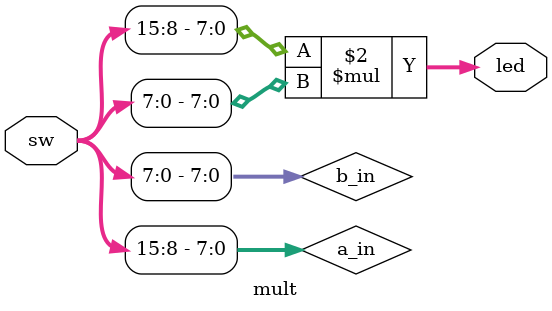
<source format=sv>
`timescale 1ns / 10ps
module mult #(
    parameter BITS = 16
) (
    input  wire         [BITS-1:0] sw,
    output logic signed [BITS-1:0] led
);

  logic signed [BITS/2-1:0] a_in;
  logic signed [BITS/2-1:0] b_in;

  always_comb begin
    {a_in, b_in} = sw;
    led = a_in * b_in;
  end
endmodule

</source>
